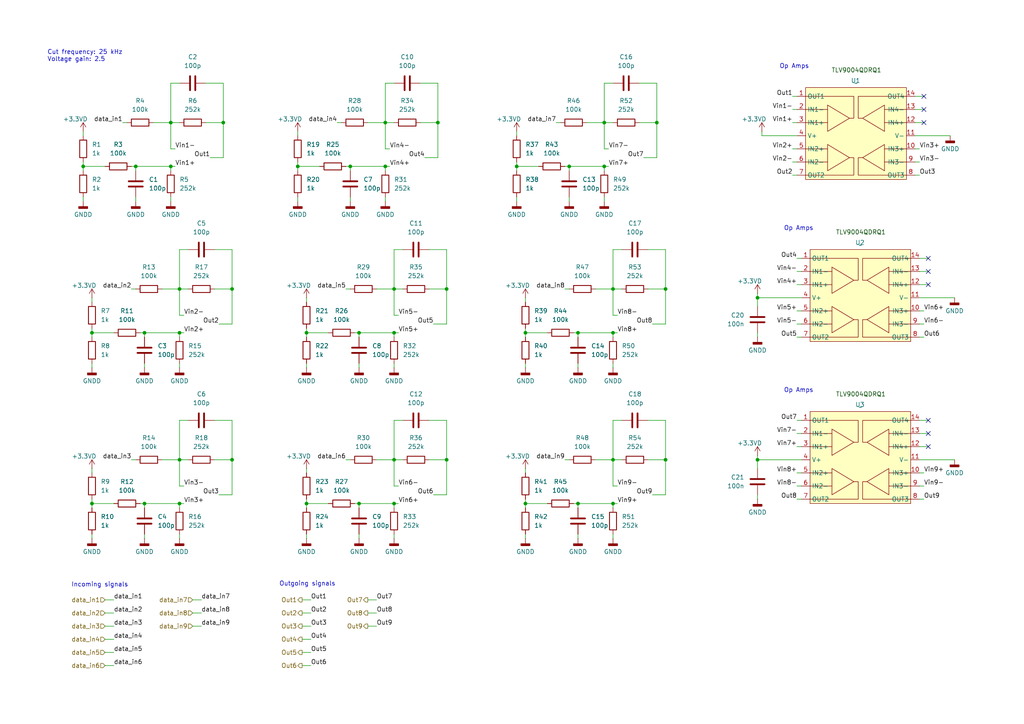
<source format=kicad_sch>
(kicad_sch (version 20231120) (generator "eeschema") (generator_version "8.0")
  (paper "A4")
  (junction (at 67.31 133.35))
  (junction (at 26.67 146.05))
  (junction (at 177.8 146.05))
  (junction (at 24.13 48.26))
  (junction (at 41.91 146.05))
  (junction (at 67.31 83.82))
  (junction (at 152.4 96.52))
  (junction (at 49.53 35.56))
  (junction (at 101.6 48.26))
  (junction (at 190.5 35.56))
  (junction (at 64.77 35.56))
  (junction (at 127 35.56))
  (junction (at 219.71 133.35))
  (junction (at 88.9 96.52))
  (junction (at 49.53 48.26))
  (junction (at 175.26 48.26))
  (junction (at 177.8 96.52))
  (junction (at 193.04 133.35))
  (junction (at 114.3 83.82))
  (junction (at 111.76 35.56))
  (junction (at 219.71 86.36))
  (junction (at 26.67 96.52))
  (junction (at 114.3 133.35))
  (junction (at 149.86 48.26))
  (junction (at 86.36 48.26))
  (junction (at 167.64 146.05))
  (junction (at 129.54 133.35))
  (junction (at 152.4 146.05))
  (junction (at 177.8 133.35))
  (junction (at 193.04 83.82))
  (junction (at 104.14 96.52))
  (junction (at 39.37 48.26))
  (junction (at 52.07 146.05))
  (junction (at 104.14 146.05))
  (junction (at 114.3 96.52))
  (junction (at 52.07 83.82))
  (junction (at 88.9 146.05))
  (junction (at 165.1 48.26))
  (junction (at 52.07 96.52))
  (junction (at 114.3 146.05))
  (junction (at 175.26 35.56))
  (junction (at 111.76 48.26))
  (junction (at 41.91 96.52))
  (junction (at 177.8 83.82))
  (junction (at 167.64 96.52))
  (junction (at 129.54 83.82))
  (junction (at 52.07 133.35))
  (no_connect (at 269.24 74.93))
  (no_connect (at 269.24 121.92))
  (no_connect (at 267.97 31.75))
  (no_connect (at 267.97 35.56))
  (no_connect (at 267.97 27.94))
  (no_connect (at 269.24 129.54))
  (no_connect (at 269.24 78.74))
  (no_connect (at 269.24 125.73))
  (no_connect (at 269.24 82.55))
  (wire (pts (xy 26.67 146.05) (xy 33.02 146.05)))
  (wire (pts (xy 100.33 83.82) (xy 101.6 83.82)))
  (wire (pts (xy 231.14 144.78) (xy 232.41 144.78)))
  (wire (pts (xy 52.07 91.44) (xy 53.34 91.44)))
  (wire (pts (xy 177.8 83.82) (xy 180.34 83.82)))
  (wire (pts (xy 152.4 95.25) (xy 152.4 96.52)))
  (wire (pts (xy 24.13 57.15) (xy 24.13 58.42)))
  (wire (pts (xy 88.9 146.05) (xy 95.25 146.05)))
  (wire (pts (xy 163.83 48.26) (xy 165.1 48.26)))
  (wire (pts (xy 87.63 193.04) (xy 90.17 193.04)))
  (wire (pts (xy 49.53 48.26) (xy 50.8 48.26)))
  (wire (pts (xy 167.64 154.94) (xy 167.64 156.21)))
  (wire (pts (xy 52.07 83.82) (xy 52.07 91.44)))
  (wire (pts (xy 86.36 57.15) (xy 86.36 58.42)))
  (wire (pts (xy 231.14 129.54) (xy 232.41 129.54)))
  (wire (pts (xy 265.43 50.8) (xy 266.7 50.8)))
  (wire (pts (xy 266.7 90.17) (xy 267.97 90.17)))
  (wire (pts (xy 193.04 121.92) (xy 193.04 133.35)))
  (wire (pts (xy 67.31 83.82) (xy 62.23 83.82)))
  (wire (pts (xy 149.86 48.26) (xy 156.21 48.26)))
  (wire (pts (xy 30.48 173.99) (xy 33.02 173.99)))
  (wire (pts (xy 49.53 48.26) (xy 49.53 49.53)))
  (wire (pts (xy 266.7 97.79) (xy 267.97 97.79)))
  (wire (pts (xy 40.64 146.05) (xy 41.91 146.05)))
  (wire (pts (xy 88.9 95.25) (xy 88.9 96.52)))
  (wire (pts (xy 39.37 48.26) (xy 49.53 48.26)))
  (wire (pts (xy 229.87 27.94) (xy 231.14 27.94)))
  (wire (pts (xy 114.3 146.05) (xy 114.3 147.32)))
  (wire (pts (xy 67.31 143.51) (xy 67.31 133.35)))
  (wire (pts (xy 41.91 96.52) (xy 52.07 96.52)))
  (wire (pts (xy 86.36 46.99) (xy 86.36 48.26)))
  (wire (pts (xy 41.91 146.05) (xy 52.07 146.05)))
  (wire (pts (xy 266.7 129.54) (xy 269.24 129.54)))
  (wire (pts (xy 38.1 133.35) (xy 39.37 133.35)))
  (wire (pts (xy 219.71 133.35) (xy 219.71 135.89)))
  (wire (pts (xy 193.04 133.35) (xy 187.96 133.35)))
  (wire (pts (xy 104.14 96.52) (xy 114.3 96.52)))
  (wire (pts (xy 30.48 181.61) (xy 33.02 181.61)))
  (wire (pts (xy 229.87 43.18) (xy 231.14 43.18)))
  (wire (pts (xy 229.87 35.56) (xy 231.14 35.56)))
  (wire (pts (xy 104.14 146.05) (xy 114.3 146.05)))
  (wire (pts (xy 24.13 46.99) (xy 24.13 48.26)))
  (wire (pts (xy 232.41 133.35) (xy 219.71 133.35)))
  (wire (pts (xy 111.76 35.56) (xy 111.76 43.18)))
  (wire (pts (xy 114.3 91.44) (xy 115.57 91.44)))
  (wire (pts (xy 231.14 39.37) (xy 220.98 39.37)))
  (wire (pts (xy 41.91 96.52) (xy 41.91 97.79)))
  (wire (pts (xy 177.8 96.52) (xy 177.8 97.79)))
  (wire (pts (xy 52.07 96.52) (xy 53.34 96.52)))
  (wire (pts (xy 116.84 121.92) (xy 114.3 121.92)))
  (wire (pts (xy 229.87 50.8) (xy 231.14 50.8)))
  (wire (pts (xy 114.3 105.41) (xy 114.3 106.68)))
  (wire (pts (xy 149.86 57.15) (xy 149.86 58.42)))
  (wire (pts (xy 266.7 137.16) (xy 267.97 137.16)))
  (wire (pts (xy 187.96 72.39) (xy 193.04 72.39)))
  (wire (pts (xy 114.3 140.97) (xy 115.57 140.97)))
  (wire (pts (xy 125.73 143.51) (xy 129.54 143.51)))
  (wire (pts (xy 229.87 46.99) (xy 231.14 46.99)))
  (wire (pts (xy 219.71 143.51) (xy 219.71 144.78)))
  (wire (pts (xy 41.91 105.41) (xy 41.91 106.68)))
  (wire (pts (xy 152.4 86.36) (xy 152.4 87.63)))
  (wire (pts (xy 67.31 72.39) (xy 67.31 83.82)))
  (wire (pts (xy 175.26 48.26) (xy 176.53 48.26)))
  (wire (pts (xy 26.67 96.52) (xy 26.67 97.79)))
  (wire (pts (xy 52.07 105.41) (xy 52.07 106.68)))
  (wire (pts (xy 38.1 48.26) (xy 39.37 48.26)))
  (wire (pts (xy 26.67 96.52) (xy 33.02 96.52)))
  (wire (pts (xy 232.41 86.36) (xy 219.71 86.36)))
  (wire (pts (xy 165.1 48.26) (xy 165.1 49.53)))
  (wire (pts (xy 167.64 96.52) (xy 167.64 97.79)))
  (wire (pts (xy 266.7 74.93) (xy 269.24 74.93)))
  (wire (pts (xy 177.8 121.92) (xy 177.8 133.35)))
  (wire (pts (xy 46.99 133.35) (xy 52.07 133.35)))
  (wire (pts (xy 26.67 105.41) (xy 26.67 106.68)))
  (wire (pts (xy 129.54 133.35) (xy 124.46 133.35)))
  (wire (pts (xy 41.91 154.94) (xy 41.91 156.21)))
  (wire (pts (xy 152.4 144.78) (xy 152.4 146.05)))
  (wire (pts (xy 24.13 48.26) (xy 24.13 49.53)))
  (wire (pts (xy 161.29 35.56) (xy 162.56 35.56)))
  (wire (pts (xy 125.73 93.98) (xy 129.54 93.98)))
  (wire (pts (xy 52.07 154.94) (xy 52.07 156.21)))
  (wire (pts (xy 185.42 24.13) (xy 190.5 24.13)))
  (wire (pts (xy 64.77 35.56) (xy 59.69 35.56)))
  (wire (pts (xy 114.3 154.94) (xy 114.3 156.21)))
  (wire (pts (xy 49.53 35.56) (xy 49.53 43.18)))
  (wire (pts (xy 104.14 105.41) (xy 104.14 106.68)))
  (wire (pts (xy 52.07 121.92) (xy 52.07 133.35)))
  (wire (pts (xy 266.7 121.92) (xy 269.24 121.92)))
  (wire (pts (xy 231.14 74.93) (xy 232.41 74.93)))
  (wire (pts (xy 165.1 48.26) (xy 175.26 48.26)))
  (wire (pts (xy 231.14 90.17) (xy 232.41 90.17)))
  (wire (pts (xy 193.04 93.98) (xy 193.04 83.82)))
  (wire (pts (xy 129.54 121.92) (xy 129.54 133.35)))
  (wire (pts (xy 63.5 143.51) (xy 67.31 143.51)))
  (wire (pts (xy 129.54 83.82) (xy 124.46 83.82)))
  (wire (pts (xy 62.23 72.39) (xy 67.31 72.39)))
  (wire (pts (xy 177.8 146.05) (xy 177.8 147.32)))
  (wire (pts (xy 101.6 48.26) (xy 101.6 49.53)))
  (wire (pts (xy 102.87 96.52) (xy 104.14 96.52)))
  (wire (pts (xy 104.14 154.94) (xy 104.14 156.21)))
  (wire (pts (xy 189.23 143.51) (xy 193.04 143.51)))
  (wire (pts (xy 64.77 24.13) (xy 64.77 35.56)))
  (wire (pts (xy 24.13 48.26) (xy 30.48 48.26)))
  (wire (pts (xy 167.64 146.05) (xy 177.8 146.05)))
  (wire (pts (xy 152.4 105.41) (xy 152.4 106.68)))
  (wire (pts (xy 114.3 83.82) (xy 114.3 91.44)))
  (wire (pts (xy 219.71 86.36) (xy 219.71 88.9)))
  (wire (pts (xy 121.92 24.13) (xy 127 24.13)))
  (wire (pts (xy 52.07 24.13) (xy 49.53 24.13)))
  (wire (pts (xy 101.6 48.26) (xy 111.76 48.26)))
  (wire (pts (xy 127 45.72) (xy 127 35.56)))
  (wire (pts (xy 175.26 43.18) (xy 176.53 43.18)))
  (wire (pts (xy 111.76 43.18) (xy 113.03 43.18)))
  (wire (pts (xy 190.5 45.72) (xy 190.5 35.56)))
  (wire (pts (xy 111.76 35.56) (xy 114.3 35.56)))
  (wire (pts (xy 175.26 35.56) (xy 175.26 43.18)))
  (wire (pts (xy 149.86 46.99) (xy 149.86 48.26)))
  (wire (pts (xy 97.79 35.56) (xy 99.06 35.56)))
  (wire (pts (xy 111.76 48.26) (xy 113.03 48.26)))
  (wire (pts (xy 114.3 83.82) (xy 116.84 83.82)))
  (wire (pts (xy 39.37 48.26) (xy 39.37 49.53)))
  (wire (pts (xy 100.33 133.35) (xy 101.6 133.35)))
  (wire (pts (xy 106.68 173.99) (xy 109.22 173.99)))
  (wire (pts (xy 114.3 72.39) (xy 114.3 83.82)))
  (wire (pts (xy 266.7 82.55) (xy 269.24 82.55)))
  (wire (pts (xy 193.04 143.51) (xy 193.04 133.35)))
  (wire (pts (xy 165.1 57.15) (xy 165.1 58.42)))
  (wire (pts (xy 86.36 48.26) (xy 92.71 48.26)))
  (wire (pts (xy 166.37 96.52) (xy 167.64 96.52)))
  (wire (pts (xy 152.4 135.89) (xy 152.4 137.16)))
  (wire (pts (xy 55.88 173.99) (xy 58.42 173.99)))
  (wire (pts (xy 54.61 121.92) (xy 52.07 121.92)))
  (wire (pts (xy 193.04 83.82) (xy 187.96 83.82)))
  (wire (pts (xy 219.71 86.36) (xy 219.71 85.09)))
  (wire (pts (xy 52.07 83.82) (xy 54.61 83.82)))
  (wire (pts (xy 87.63 173.99) (xy 90.17 173.99)))
  (wire (pts (xy 67.31 121.92) (xy 67.31 133.35)))
  (wire (pts (xy 129.54 72.39) (xy 129.54 83.82)))
  (wire (pts (xy 219.71 96.52) (xy 219.71 97.79)))
  (wire (pts (xy 49.53 24.13) (xy 49.53 35.56)))
  (wire (pts (xy 187.96 121.92) (xy 193.04 121.92)))
  (wire (pts (xy 111.76 24.13) (xy 111.76 35.56)))
  (wire (pts (xy 104.14 146.05) (xy 104.14 147.32)))
  (wire (pts (xy 175.26 24.13) (xy 175.26 35.56)))
  (wire (pts (xy 41.91 146.05) (xy 41.91 147.32)))
  (wire (pts (xy 116.84 72.39) (xy 114.3 72.39)))
  (wire (pts (xy 52.07 140.97) (xy 53.34 140.97)))
  (wire (pts (xy 177.8 105.41) (xy 177.8 106.68)))
  (wire (pts (xy 114.3 133.35) (xy 114.3 140.97)))
  (wire (pts (xy 88.9 144.78) (xy 88.9 146.05)))
  (wire (pts (xy 52.07 72.39) (xy 52.07 83.82)))
  (wire (pts (xy 104.14 96.52) (xy 104.14 97.79)))
  (wire (pts (xy 177.8 83.82) (xy 177.8 91.44)))
  (wire (pts (xy 88.9 86.36) (xy 88.9 87.63)))
  (wire (pts (xy 26.67 154.94) (xy 26.67 156.21)))
  (wire (pts (xy 175.26 57.15) (xy 175.26 58.42)))
  (wire (pts (xy 87.63 181.61) (xy 90.17 181.61)))
  (wire (pts (xy 265.43 35.56) (xy 267.97 35.56)))
  (wire (pts (xy 149.86 48.26) (xy 149.86 49.53)))
  (wire (pts (xy 44.45 35.56) (xy 49.53 35.56)))
  (wire (pts (xy 63.5 93.98) (xy 67.31 93.98)))
  (wire (pts (xy 167.64 146.05) (xy 167.64 147.32)))
  (wire (pts (xy 59.69 24.13) (xy 64.77 24.13)))
  (wire (pts (xy 109.22 133.35) (xy 114.3 133.35)))
  (wire (pts (xy 163.83 83.82) (xy 165.1 83.82)))
  (wire (pts (xy 167.64 105.41) (xy 167.64 106.68)))
  (wire (pts (xy 111.76 57.15) (xy 111.76 58.42)))
  (wire (pts (xy 52.07 133.35) (xy 54.61 133.35)))
  (wire (pts (xy 152.4 154.94) (xy 152.4 156.21)))
  (wire (pts (xy 88.9 105.41) (xy 88.9 106.68)))
  (wire (pts (xy 177.8 24.13) (xy 175.26 24.13)))
  (wire (pts (xy 106.68 35.56) (xy 111.76 35.56)))
  (wire (pts (xy 186.69 45.72) (xy 190.5 45.72)))
  (wire (pts (xy 54.61 72.39) (xy 52.07 72.39)))
  (wire (pts (xy 231.14 121.92) (xy 232.41 121.92)))
  (wire (pts (xy 88.9 146.05) (xy 88.9 147.32)))
  (wire (pts (xy 26.67 144.78) (xy 26.67 146.05)))
  (wire (pts (xy 231.14 97.79) (xy 232.41 97.79)))
  (wire (pts (xy 114.3 96.52) (xy 115.57 96.52)))
  (wire (pts (xy 55.88 177.8) (xy 58.42 177.8)))
  (wire (pts (xy 220.98 39.37) (xy 220.98 38.1)))
  (wire (pts (xy 190.5 24.13) (xy 190.5 35.56)))
  (wire (pts (xy 114.3 121.92) (xy 114.3 133.35)))
  (wire (pts (xy 193.04 72.39) (xy 193.04 83.82)))
  (wire (pts (xy 52.07 146.05) (xy 53.34 146.05)))
  (wire (pts (xy 30.48 177.8) (xy 33.02 177.8)))
  (wire (pts (xy 39.37 57.15) (xy 39.37 58.42)))
  (wire (pts (xy 231.14 125.73) (xy 232.41 125.73)))
  (wire (pts (xy 170.18 35.56) (xy 175.26 35.56)))
  (wire (pts (xy 123.19 45.72) (xy 127 45.72)))
  (wire (pts (xy 64.77 45.72) (xy 64.77 35.56)))
  (wire (pts (xy 163.83 133.35) (xy 165.1 133.35)))
  (wire (pts (xy 189.23 93.98) (xy 193.04 93.98)))
  (wire (pts (xy 180.34 121.92) (xy 177.8 121.92)))
  (wire (pts (xy 86.36 38.1) (xy 86.36 39.37)))
  (wire (pts (xy 88.9 96.52) (xy 88.9 97.79)))
  (wire (pts (xy 106.68 177.8) (xy 109.22 177.8)))
  (wire (pts (xy 265.43 46.99) (xy 266.7 46.99)))
  (wire (pts (xy 67.31 93.98) (xy 67.31 83.82)))
  (wire (pts (xy 111.76 48.26) (xy 111.76 49.53)))
  (wire (pts (xy 177.8 133.35) (xy 177.8 140.97)))
  (wire (pts (xy 49.53 57.15) (xy 49.53 58.42)))
  (wire (pts (xy 88.9 135.89) (xy 88.9 137.16)))
  (wire (pts (xy 114.3 96.52) (xy 114.3 97.79)))
  (wire (pts (xy 88.9 96.52) (xy 95.25 96.52)))
  (wire (pts (xy 175.26 35.56) (xy 177.8 35.56)))
  (wire (pts (xy 24.13 38.1) (xy 24.13 39.37)))
  (wire (pts (xy 30.48 193.04) (xy 33.02 193.04)))
  (wire (pts (xy 127 24.13) (xy 127 35.56)))
  (wire (pts (xy 60.96 45.72) (xy 64.77 45.72)))
  (wire (pts (xy 102.87 146.05) (xy 104.14 146.05)))
  (wire (pts (xy 67.31 133.35) (xy 62.23 133.35)))
  (wire (pts (xy 172.72 133.35) (xy 177.8 133.35)))
  (wire (pts (xy 49.53 43.18) (xy 50.8 43.18)))
  (wire (pts (xy 266.7 78.74) (xy 269.24 78.74)))
  (wire (pts (xy 266.7 144.78) (xy 267.97 144.78)))
  (wire (pts (xy 231.14 140.97) (xy 232.41 140.97)))
  (wire (pts (xy 190.5 35.56) (xy 185.42 35.56)))
  (wire (pts (xy 177.8 154.94) (xy 177.8 156.21)))
  (wire (pts (xy 114.3 133.35) (xy 116.84 133.35)))
  (wire (pts (xy 52.07 96.52) (xy 52.07 97.79)))
  (wire (pts (xy 26.67 146.05) (xy 26.67 147.32)))
  (wire (pts (xy 266.7 133.35) (xy 276.86 133.35)))
  (wire (pts (xy 129.54 143.51) (xy 129.54 133.35)))
  (wire (pts (xy 175.26 48.26) (xy 175.26 49.53)))
  (wire (pts (xy 26.67 95.25) (xy 26.67 96.52)))
  (wire (pts (xy 180.34 72.39) (xy 177.8 72.39)))
  (wire (pts (xy 52.07 146.05) (xy 52.07 147.32)))
  (wire (pts (xy 265.43 43.18) (xy 266.7 43.18)))
  (wire (pts (xy 177.8 140.97) (xy 179.07 140.97)))
  (wire (pts (xy 231.14 137.16) (xy 232.41 137.16)))
  (wire (pts (xy 55.88 181.61) (xy 58.42 181.61)))
  (wire (pts (xy 177.8 133.35) (xy 180.34 133.35)))
  (wire (pts (xy 266.7 125.73) (xy 269.24 125.73)))
  (wire (pts (xy 26.67 135.89) (xy 26.67 137.16)))
  (wire (pts (xy 30.48 189.23) (xy 33.02 189.23)))
  (wire (pts (xy 167.64 96.52) (xy 177.8 96.52)))
  (wire (pts (xy 26.67 86.36) (xy 26.67 87.63)))
  (wire (pts (xy 177.8 96.52) (xy 179.07 96.52)))
  (wire (pts (xy 38.1 83.82) (xy 39.37 83.82)))
  (wire (pts (xy 152.4 96.52) (xy 152.4 97.79)))
  (wire (pts (xy 124.46 121.92) (xy 129.54 121.92)))
  (wire (pts (xy 177.8 72.39) (xy 177.8 83.82)))
  (wire (pts (xy 35.56 35.56) (xy 36.83 35.56)))
  (wire (pts (xy 219.71 133.35) (xy 219.71 132.08)))
  (wire (pts (xy 109.22 83.82) (xy 114.3 83.82)))
  (wire (pts (xy 152.4 96.52) (xy 158.75 96.52)))
  (wire (pts (xy 87.63 185.42) (xy 90.17 185.42)))
  (wire (pts (xy 152.4 146.05) (xy 158.75 146.05)))
  (wire (pts (xy 172.72 83.82) (xy 177.8 83.82)))
  (wire (pts (xy 87.63 177.8) (xy 90.17 177.8)))
  (wire (pts (xy 231.14 78.74) (xy 232.41 78.74)))
  (wire (pts (xy 101.6 57.15) (xy 101.6 58.42)))
  (wire (pts (xy 129.54 93.98) (xy 129.54 83.82)))
  (wire (pts (xy 40.64 96.52) (xy 41.91 96.52)))
  (wire (pts (xy 166.37 146.05) (xy 167.64 146.05)))
  (wire (pts (xy 114.3 146.05) (xy 115.57 146.05)))
  (wire (pts (xy 100.33 48.26) (xy 101.6 48.26)))
  (wire (pts (xy 266.7 86.36) (xy 276.86 86.36)))
  (wire (pts (xy 265.43 27.94) (xy 267.97 27.94)))
  (wire (pts (xy 46.99 83.82) (xy 52.07 83.82)))
  (wire (pts (xy 106.68 181.61) (xy 109.22 181.61)))
  (wire (pts (xy 265.43 31.75) (xy 267.97 31.75)))
  (wire (pts (xy 152.4 146.05) (xy 152.4 147.32)))
  (wire (pts (xy 124.46 72.39) (xy 129.54 72.39)))
  (wire (pts (xy 127 35.56) (xy 121.92 35.56)))
  (wire (pts (xy 86.36 48.26) (xy 86.36 49.53)))
  (wire (pts (xy 52.07 133.35) (xy 52.07 140.97)))
  (wire (pts (xy 88.9 154.94) (xy 88.9 156.21)))
  (wire (pts (xy 62.23 121.92) (xy 67.31 121.92)))
  (wire (pts (xy 177.8 146.05) (xy 179.07 146.05)))
  (wire (pts (xy 87.63 189.23) (xy 90.17 189.23)))
  (wire (pts (xy 30.48 185.42) (xy 33.02 185.42)))
  (wire (pts (xy 114.3 24.13) (xy 111.76 24.13)))
  (wire (pts (xy 49.53 35.56) (xy 52.07 35.56)))
  (wire (pts (xy 231.14 93.98) (xy 232.41 93.98)))
  (wire (pts (xy 149.86 38.1) (xy 149.86 39.37)))
  (wire (pts (xy 266.7 140.97) (xy 267.97 140.97)))
  (wire (pts (xy 266.7 93.98) (xy 267.97 93.98)))
  (wire (pts (xy 177.8 91.44) (xy 179.07 91.44)))
  (wire (pts (xy 229.87 31.75) (xy 231.14 31.75)))
  (wire (pts (xy 265.43 39.37) (xy 275.59 39.37)))
  (wire (pts (xy 231.14 82.55) (xy 232.41 82.55)))
  (text "Op Amps\n" (at 231.648 113.284 0) (effects (font (size 1.27 1.27))))
  (text "Cut frequency: 25 kHz\nVoltage gain: 2.5" (at 13.716 16.256 0) (effects (font (size 1.27 1.27)) (justify left)))
  (text "TLV9004QDRQ1" (at 248.412 20.574 0) (effects (font (size 1.27 1.27))))
  (text "TLV9004QDRQ1" (at 249.682 67.564 0) (effects (font (size 1.27 1.27))))
  (text "Outgoing signals" (at 89.154 169.418 0) (effects (font (size 1.27 1.27))))
  (text "TLV9004QDRQ1" (at 249.682 114.554 0) (effects (font (size 1.27 1.27))))
  (text "Op Amps\n" (at 231.648 66.294 0) (effects (font (size 1.27 1.27))))
  (text "Incoming signals" (at 28.956 169.672 0) (effects (font (size 1.27 1.27))))
  (text "Op Amps\n" (at 230.378 19.304 0) (effects (font (size 1.27 1.27))))
  (label "data_in4" (at 97.79 35.56 180))
  (label "Out1" (at 60.96 45.72 180))
  (label "Vin8-" (at 179.07 91.44 0))
  (label "Out9" (at 267.97 144.78 0))
  (label "Vin1+" (at 229.87 35.56 180))
  (label "Vin3+" (at 266.7 43.18 0))
  (label "Vin4+" (at 231.14 82.55 180))
  (label "Vin1-" (at 229.87 31.75 180))
  (label "Out3" (at 63.5 143.51 180))
  (label "Vin2-" (at 229.87 46.99 180))
  (label "Vin6-" (at 115.57 140.97 0))
  (label "Out3" (at 266.7 50.8 0))
  (label "Out7" (at 109.22 173.99 0))
  (label "data_in4" (at 33.02 185.42 0))
  (label "Vin2+" (at 229.87 43.18 180))
  (label "Out2" (at 90.17 177.8 0))
  (label "Vin7-" (at 176.53 43.18 0))
  (label "Vin6+" (at 267.97 90.17 0))
  (label "Vin4+" (at 113.03 48.26 0))
  (label "Vin5-" (at 231.14 93.98 180))
  (label "Out1" (at 90.17 173.99 0))
  (label "Vin6-" (at 267.97 93.98 0))
  (label "Out7" (at 231.14 121.92 180))
  (label "Out4" (at 123.19 45.72 180))
  (label "data_in8" (at 163.83 83.82 180))
  (label "data_in3" (at 33.02 181.61 0))
  (label "Vin4-" (at 113.03 43.18 0))
  (label "Out8" (at 109.22 177.8 0))
  (label "Vin1-" (at 50.8 43.18 0))
  (label "data_in7" (at 161.29 35.56 180))
  (label "Vin6+" (at 115.57 146.05 0))
  (label "Vin8-" (at 231.14 140.97 180))
  (label "Out5" (at 90.17 189.23 0))
  (label "data_in7" (at 58.42 173.99 0))
  (label "Out6" (at 267.97 97.79 0))
  (label "Out5" (at 125.73 93.98 180))
  (label "Out9" (at 189.23 143.51 180))
  (label "data_in1" (at 33.02 173.99 0))
  (label "Vin8+" (at 179.07 96.52 0))
  (label "data_in3" (at 38.1 133.35 180))
  (label "Vin3-" (at 53.34 140.97 0))
  (label "data_in5" (at 33.02 189.23 0))
  (label "data_in6" (at 100.33 133.35 180))
  (label "Vin9-" (at 267.97 140.97 0))
  (label "Out8" (at 189.23 93.98 180))
  (label "Out3" (at 90.17 181.61 0))
  (label "Vin5-" (at 115.57 91.44 0))
  (label "Out9" (at 109.22 181.61 0))
  (label "Vin5+" (at 115.57 96.52 0))
  (label "Vin8+" (at 231.14 137.16 180))
  (label "data_in2" (at 33.02 177.8 0))
  (label "Vin7-" (at 231.14 125.73 180))
  (label "Vin9+" (at 267.97 137.16 0))
  (label "Vin2-" (at 53.34 91.44 0))
  (label "Out4" (at 90.17 185.42 0))
  (label "data_in6" (at 33.02 193.04 0))
  (label "Vin5+" (at 231.14 90.17 180))
  (label "data_in9" (at 58.42 181.61 0))
  (label "Out6" (at 125.73 143.51 180))
  (label "Out1" (at 229.87 27.94 180))
  (label "Vin9-" (at 179.07 140.97 0))
  (label "Out5" (at 231.14 97.79 180))
  (label "data_in9" (at 163.83 133.35 180))
  (label "Vin4-" (at 231.14 78.74 180))
  (label "data_in5" (at 100.33 83.82 180))
  (label "Out2" (at 229.87 50.8 180))
  (label "Vin2+" (at 53.34 96.52 0))
  (label "Vin3-" (at 266.7 46.99 0))
  (label "Vin9+" (at 179.07 146.05 0))
  (label "Vin7+" (at 176.53 48.26 0))
  (label "data_in2" (at 38.1 83.82 180))
  (label "Out7" (at 186.69 45.72 180))
  (label "Vin1+" (at 50.8 48.26 0))
  (label "Vin3+" (at 53.34 146.05 0))
  (label "Out2" (at 63.5 93.98 180))
  (label "Out8" (at 231.14 144.78 180))
  (label "Vin7+" (at 231.14 129.54 180))
  (label "Out4" (at 231.14 74.93 180))
  (label "Out6" (at 90.17 193.04 0))
  (label "data_in1" (at 35.56 35.56 180))
  (label "data_in8" (at 58.42 177.8 0))
  (hierarchical_label "Out9" (shape output) (at 106.68 181.61 180))
  (hierarchical_label "data_in5" (shape input) (at 30.48 189.23 180))
  (hierarchical_label "Out2" (shape output) (at 87.63 177.8 180))
  (hierarchical_label "data_in6" (shape input) (at 30.48 193.04 180))
  (hierarchical_label "Out8" (shape output) (at 106.68 177.8 180))
  (hierarchical_label "data_in1" (shape input) (at 30.48 173.99 180))
  (hierarchical_label "data_in8" (shape input) (at 55.88 177.8 180))
  (hierarchical_label "data_in3" (shape input) (at 30.48 181.61 180))
  (hierarchical_label "data_in2" (shape input) (at 30.48 177.8 180))
  (hierarchical_label "Out1" (shape output) (at 87.63 173.99 180))
  (hierarchical_label "Out6" (shape output) (at 87.63 193.04 180))
  (hierarchical_label "data_in4" (shape input) (at 30.48 185.42 180))
  (hierarchical_label "Out5" (shape output) (at 87.63 189.23 180))
  (hierarchical_label "Out7" (shape output) (at 106.68 173.99 180))
  (hierarchical_label "Out3" (shape output) (at 87.63 181.61 180))
  (hierarchical_label "data_in7" (shape input) (at 55.88 173.99 180))
  (hierarchical_label "data_in9" (shape input) (at 55.88 181.61 180))
  (hierarchical_label "Out4" (shape output) (at 87.63 185.42 180))
  (symbol (lib_id "power:GNDD") (at 41.91 106.68 0) (unit 1)
    (property "Reference" "#PWR09" (effects (hide yes)))
    (property "Value" "GNDD" (at 41.91 110.49 0))
    (property "Description" "Power symbol creates a global label with name \"GNDD\" , digital ground" (effects (hide yes)))
  )
  (symbol (lib_id "Device:R") (at 55.88 35.56 90) (unit 1)
    (property "Reference" "R6" (at 55.88 29.21 90))
    (property "Value" "252k" (at 55.88 31.75 90))
    (property "Footprint" "Resistor_SMD:R_0603_1608Metric_Pad0.98x0.95mm_HandSolder" (effects (hide yes)))
    (property "Description" "Resistor" (effects (hide yes)))
  )
  (symbol (lib_id "Device:R") (at 24.13 43.18 0) (unit 1)
    (property "Reference" "R1" (at 26.67 41.9099 0) (effects (justify left)))
    (property "Value" "1k" (at 26.67 44.4499 0) (effects (justify left)))
    (property "Footprint" "Resistor_SMD:R_0603_1608Metric_Pad0.98x0.95mm_HandSolder" (effects (hide yes)))
    (property "Description" "Resistor" (effects (hide yes)))
  )
  (symbol (lib_id "Device:R") (at 26.67 151.13 0) (unit 1)
    (property "Reference" "R10" (at 29.21 149.8599 0) (effects (justify left)))
    (property "Value" "1k" (at 29.21 152.3999 0) (effects (justify left)))
    (property "Footprint" "Resistor_SMD:R_0603_1608Metric_Pad0.98x0.95mm_HandSolder" (effects (hide yes)))
    (property "Description" "Resistor" (effects (hide yes)))
  )
  (symbol (lib_id "Device:C") (at 184.15 72.39 270) (unit 1)
    (property "Reference" "C17" (at 184.15 64.77 90))
    (property "Value" "100p" (at 184.15 67.31 90))
    (property "Footprint" "Capacitor_SMD:C_0603_1608Metric_Pad1.08x0.95mm_HandSolder" (effects (hide yes)))
    (property "Description" "Unpolarized capacitor" (effects (hide yes)))
  )
  (symbol (lib_id "Device:C") (at 41.91 151.13 180) (unit 1)
    (property "Reference" "C4" (at 45.72 149.8599 0) (effects (justify right)))
    (property "Value" "100p" (at 45.72 152.3999 0) (effects (justify right)))
    (property "Footprint" "Capacitor_SMD:C_0603_1608Metric_Pad1.08x0.95mm_HandSolder" (effects (hide yes)))
    (property "Description" "Unpolarized capacitor" (effects (hide yes)))
  )
  (symbol (lib_name "+3.3V_1") (lib_id "power:+3.3V") (at 219.71 132.08 0) (unit 1)
    (property "Reference" "#PWR043" (effects (hide yes)))
    (property "Value" "+3.3VD" (at 217.424 128.524 0))
    (property "Description" "Power symbol creates a global label with name \"+3.3V\"" (effects (hide yes)))
  )
  (symbol (lib_id "Device:R") (at 49.53 53.34 0) (unit 1)
    (property "Reference" "R5" (at 52.07 52.0699 0) (effects (justify left)))
    (property "Value" "252k" (at 52.07 54.6099 0) (effects (justify left)))
    (property "Footprint" "Resistor_SMD:R_0603_1608Metric_Pad0.98x0.95mm_HandSolder" (effects (hide yes)))
    (property "Description" "Resistor" (effects (hide yes)))
  )
  (symbol (lib_id "power:GNDD") (at 104.14 106.68 0) (unit 1)
    (property "Reference" "#PWR020" (effects (hide yes)))
    (property "Value" "GNDD" (at 104.14 110.49 0))
    (property "Description" "Power symbol creates a global label with name \"GNDD\" , digital ground" (effects (hide yes)))
  )
  (symbol (lib_id "power:GNDD") (at 104.14 156.21 0) (unit 1)
    (property "Reference" "#PWR021" (effects (hide yes)))
    (property "Value" "GNDD" (at 104.14 160.02 0))
    (property "Description" "Power symbol creates a global label with name \"GNDD\" , digital ground" (effects (hide yes)))
  )
  (symbol (lib_id "Device:R") (at 26.67 91.44 0) (unit 1)
    (property "Reference" "R7" (at 29.21 90.1699 0) (effects (justify left)))
    (property "Value" "1k" (at 29.21 92.7099 0) (effects (justify left)))
    (property "Footprint" "Resistor_SMD:R_0603_1608Metric_Pad0.98x0.95mm_HandSolder" (effects (hide yes)))
    (property "Description" "Resistor" (effects (hide yes)))
  )
  (symbol (lib_id "Device:C") (at 58.42 72.39 270) (unit 1)
    (property "Reference" "C5" (at 58.42 64.77 90))
    (property "Value" "100p" (at 58.42 67.31 90))
    (property "Footprint" "Capacitor_SMD:C_0603_1608Metric_Pad1.08x0.95mm_HandSolder" (effects (hide yes)))
    (property "Description" "Unpolarized capacitor" (effects (hide yes)))
  )
  (symbol (lib_id "power:GNDD") (at 111.76 58.42 0) (unit 1)
    (property "Reference" "#PWR022" (effects (hide yes)))
    (property "Value" "GNDD" (at 111.76 62.23 0))
    (property "Description" "Power symbol creates a global label with name \"GNDD\" , digital ground" (effects (hide yes)))
  )
  (symbol (lib_id "Device:R") (at 105.41 133.35 270) (unit 1)
    (property "Reference" "R30" (at 105.41 127 90))
    (property "Value" "100k" (at 105.41 129.54 90))
    (property "Footprint" "Resistor_SMD:R_0603_1608Metric_Pad0.98x0.95mm_HandSolder" (effects (hide yes)))
    (property "Description" "Resistor" (effects (hide yes)))
  )
  (symbol (lib_id "Device:R") (at 43.18 83.82 270) (unit 1)
    (property "Reference" "R13" (at 43.18 77.47 90))
    (property "Value" "100k" (at 43.18 80.01 90))
    (property "Footprint" "Resistor_SMD:R_0603_1608Metric_Pad0.98x0.95mm_HandSolder" (effects (hide yes)))
    (property "Description" "Resistor" (effects (hide yes)))
  )
  (symbol (lib_id "Device:R") (at 120.65 83.82 90) (unit 1)
    (property "Reference" "R35" (at 120.65 77.47 90))
    (property "Value" "252k" (at 120.65 80.01 90))
    (property "Footprint" "Resistor_SMD:R_0603_1608Metric_Pad0.98x0.95mm_HandSolder" (effects (hide yes)))
    (property "Description" "Resistor" (effects (hide yes)))
  )
  (symbol (lib_id "Device:R") (at 168.91 83.82 270) (unit 1)
    (property "Reference" "R47" (at 168.91 77.47 90))
    (property "Value" "100k" (at 168.91 80.01 90))
    (property "Footprint" "Resistor_SMD:R_0603_1608Metric_Pad0.98x0.95mm_HandSolder" (effects (hide yes)))
    (property "Description" "Resistor" (effects (hide yes)))
  )
  (symbol (lib_id "Device:R") (at 52.07 151.13 0) (unit 1)
    (property "Reference" "R16" (at 54.61 149.8599 0) (effects (justify left)))
    (property "Value" "252k" (at 54.61 152.3999 0) (effects (justify left)))
    (property "Footprint" "Resistor_SMD:R_0603_1608Metric_Pad0.98x0.95mm_HandSolder" (effects (hide yes)))
    (property "Description" "Resistor" (effects (hide yes)))
  )
  (symbol (lib_id "Device:R") (at 177.8 101.6 0) (unit 1)
    (property "Reference" "R50" (at 180.34 100.3299 0) (effects (justify left)))
    (property "Value" "252k" (at 180.34 102.8699 0) (effects (justify left)))
    (property "Footprint" "Resistor_SMD:R_0603_1608Metric_Pad0.98x0.95mm_HandSolder" (effects (hide yes)))
    (property "Description" "Resistor" (effects (hide yes)))
  )
  (symbol (lib_id "TLV9004:TLV900") (at 248.92 118.11 0) (unit 1)
    (property "Reference" "U3" (at 249.428 117.348 0))
    (property "Value" "~" (at 249.555 118.11 0))
    (property "Footprint" "Package_SO:SOIC-14_3.9x8.7mm_P1.27mm" (effects (hide yes)))
  )
  (symbol (lib_id "Device:R") (at 105.41 83.82 270) (unit 1)
    (property "Reference" "R29" (at 105.41 77.47 90))
    (property "Value" "100k" (at 105.41 80.01 90))
    (property "Footprint" "Resistor_SMD:R_0603_1608Metric_Pad0.98x0.95mm_HandSolder" (effects (hide yes)))
    (property "Description" "Resistor" (effects (hide yes)))
  )
  (symbol (lib_id "Device:C") (at 219.71 139.7 0) (mirror x) (unit 1)
    (property "Reference" "C21" (at 215.9 138.4299 0) (effects (justify right)))
    (property "Value" "100n" (at 215.9 140.9699 0) (effects (justify right)))
    (property "Footprint" "Capacitor_SMD:C_0603_1608Metric_Pad1.08x0.95mm_HandSolder" (effects (hide yes)))
    (property "Description" "Unpolarized capacitor" (effects (hide yes)))
  )
  (symbol (lib_id "Device:R") (at 26.67 101.6 0) (unit 1)
    (property "Reference" "R8" (at 29.21 100.3299 0) (effects (justify left)))
    (property "Value" "1k" (at 29.21 102.8699 0) (effects (justify left)))
    (property "Footprint" "Resistor_SMD:R_0603_1608Metric_Pad0.98x0.95mm_HandSolder" (effects (hide yes)))
    (property "Description" "Resistor" (effects (hide yes)))
  )
  (symbol (lib_id "Device:R") (at 149.86 53.34 0) (unit 1)
    (property "Reference" "R38" (at 152.4 52.0699 0) (effects (justify left)))
    (property "Value" "1k" (at 152.4 54.6099 0) (effects (justify left)))
    (property "Footprint" "Resistor_SMD:R_0603_1608Metric_Pad0.98x0.95mm_HandSolder" (effects (hide yes)))
    (property "Description" "Resistor" (effects (hide yes)))
  )
  (symbol (lib_id "Device:R") (at 120.65 133.35 90) (unit 1)
    (property "Reference" "R36" (at 120.65 127 90))
    (property "Value" "252k" (at 120.65 129.54 90))
    (property "Footprint" "Resistor_SMD:R_0603_1608Metric_Pad0.98x0.95mm_HandSolder" (effects (hide yes)))
    (property "Description" "Resistor" (effects (hide yes)))
  )
  (symbol (lib_name "+3.3V_1") (lib_id "power:+3.3V") (at 149.86 38.1 0) (unit 1)
    (property "Reference" "#PWR025" (effects (hide yes)))
    (property "Value" "+3.3VD" (at 147.574 34.544 0))
    (property "Description" "Power symbol creates a global label with name \"+3.3V\"" (effects (hide yes)))
  )
  (symbol (lib_id "power:GNDD") (at 152.4 156.21 0) (unit 1)
    (property "Reference" "#PWR030" (effects (hide yes)))
    (property "Value" "GNDD" (at 152.4 160.02 0))
    (property "Description" "Power symbol creates a global label with name \"GNDD\" , digital ground" (effects (hide yes)))
  )
  (symbol (lib_id "power:GNDD") (at 165.1 58.42 0) (unit 1)
    (property "Reference" "#PWR031" (effects (hide yes)))
    (property "Value" "GNDD" (at 165.1 62.23 0))
    (property "Description" "Power symbol creates a global label with name \"GNDD\" , digital ground" (effects (hide yes)))
  )
  (symbol (lib_name "+3.3V_1") (lib_id "power:+3.3V") (at 26.67 86.36 0) (unit 1)
    (property "Reference" "#PWR05" (effects (hide yes)))
    (property "Value" "+3.3VD" (at 24.384 82.804 0))
    (property "Description" "Power symbol creates a global label with name \"+3.3V\"" (effects (hide yes)))
  )
  (symbol (lib_name "+3.3V_1") (lib_id "power:+3.3V") (at 88.9 86.36 0) (unit 1)
    (property "Reference" "#PWR015" (effects (hide yes)))
    (property "Value" "+3.3VD" (at 86.614 82.804 0))
    (property "Description" "Power symbol creates a global label with name \"+3.3V\"" (effects (hide yes)))
  )
  (symbol (lib_id "Device:R") (at 149.86 43.18 0) (unit 1)
    (property "Reference" "R37" (at 152.4 41.9099 0) (effects (justify left)))
    (property "Value" "1k" (at 152.4 44.4499 0) (effects (justify left)))
    (property "Footprint" "Resistor_SMD:R_0603_1608Metric_Pad0.98x0.95mm_HandSolder" (effects (hide yes)))
    (property "Description" "Resistor" (effects (hide yes)))
  )
  (symbol (lib_id "Device:R") (at 152.4 101.6 0) (unit 1)
    (property "Reference" "R40" (at 154.94 100.3299 0) (effects (justify left)))
    (property "Value" "1k" (at 154.94 102.8699 0) (effects (justify left)))
    (property "Footprint" "Resistor_SMD:R_0603_1608Metric_Pad0.98x0.95mm_HandSolder" (effects (hide yes)))
    (property "Description" "Resistor" (effects (hide yes)))
  )
  (symbol (lib_id "Device:R") (at 86.36 43.18 0) (unit 1)
    (property "Reference" "R19" (at 88.9 41.9099 0) (effects (justify left)))
    (property "Value" "1k" (at 88.9 44.4499 0) (effects (justify left)))
    (property "Footprint" "Resistor_SMD:R_0603_1608Metric_Pad0.98x0.95mm_HandSolder" (effects (hide yes)))
    (property "Description" "Resistor" (effects (hide yes)))
  )
  (symbol (lib_id "Device:R") (at 36.83 96.52 270) (unit 1)
    (property "Reference" "R11" (at 36.83 90.17 90))
    (property "Value" "100k" (at 36.83 92.71 90))
    (property "Footprint" "Resistor_SMD:R_0603_1608Metric_Pad0.98x0.95mm_HandSolder" (effects (hide yes)))
    (property "Description" "Resistor" (effects (hide yes)))
  )
  (symbol (lib_id "Device:R") (at 58.42 83.82 90) (unit 1)
    (property "Reference" "R17" (at 58.42 77.47 90))
    (property "Value" "252k" (at 58.42 80.01 90))
    (property "Footprint" "Resistor_SMD:R_0603_1608Metric_Pad0.98x0.95mm_HandSolder" (effects (hide yes)))
    (property "Description" "Resistor" (effects (hide yes)))
  )
  (symbol (lib_name "+3.3V_1") (lib_id "power:+3.3V") (at 219.71 85.09 0) (unit 1)
    (property "Reference" "#PWR040" (effects (hide yes)))
    (property "Value" "+3.3VD" (at 217.424 81.534 0))
    (property "Description" "Power symbol creates a global label with name \"+3.3V\"" (effects (hide yes)))
  )
  (symbol (lib_id "Device:R") (at 184.15 133.35 90) (unit 1)
    (property "Reference" "R54" (at 184.15 127 90))
    (property "Value" "252k" (at 184.15 129.54 90))
    (property "Footprint" "Resistor_SMD:R_0603_1608Metric_Pad0.98x0.95mm_HandSolder" (effects (hide yes)))
    (property "Description" "Resistor" (effects (hide yes)))
  )
  (symbol (lib_id "Device:R") (at 181.61 35.56 90) (unit 1)
    (property "Reference" "R52" (at 181.61 29.21 90))
    (property "Value" "252k" (at 181.61 31.75 90))
    (property "Footprint" "Resistor_SMD:R_0603_1608Metric_Pad0.98x0.95mm_HandSolder" (effects (hide yes)))
    (property "Description" "Resistor" (effects (hide yes)))
  )
  (symbol (lib_name "+3.3V_1") (lib_id "power:+3.3V") (at 152.4 135.89 0) (unit 1)
    (property "Reference" "#PWR029" (effects (hide yes)))
    (property "Value" "+3.3VD" (at 150.114 132.334 0))
    (property "Description" "Power symbol creates a global label with name \"+3.3V\"" (effects (hide yes)))
  )
  (symbol (lib_id "power:GNDD") (at 41.91 156.21 0) (unit 1)
    (property "Reference" "#PWR010" (effects (hide yes)))
    (property "Value" "GNDD" (at 41.91 160.02 0))
    (property "Description" "Power symbol creates a global label with name \"GNDD\" , digital ground" (effects (hide yes)))
  )
  (symbol (lib_id "Device:C") (at 167.64 151.13 180) (unit 1)
    (property "Reference" "C15" (at 171.45 149.8599 0) (effects (justify right)))
    (property "Value" "100p" (at 171.45 152.3999 0) (effects (justify right)))
    (property "Footprint" "Capacitor_SMD:C_0603_1608Metric_Pad1.08x0.95mm_HandSolder" (effects (hide yes)))
    (property "Description" "Unpolarized capacitor" (effects (hide yes)))
  )
  (symbol (lib_id "power:GNDD") (at 114.3 156.21 0) (unit 1)
    (property "Reference" "#PWR024" (effects (hide yes)))
    (property "Value" "GNDD" (at 114.3 160.02 0))
    (property "Description" "Power symbol creates a global label with name \"GNDD\" , digital ground" (effects (hide yes)))
  )
  (symbol (lib_name "+3.3V_1") (lib_id "power:+3.3V") (at 88.9 135.89 0) (unit 1)
    (property "Reference" "#PWR017" (effects (hide yes)))
    (property "Value" "+3.3VD" (at 86.614 132.334 0))
    (property "Description" "Power symbol creates a global label with name \"+3.3V\"" (effects (hide yes)))
  )
  (symbol (lib_id "Device:C") (at 104.14 151.13 180) (unit 1)
    (property "Reference" "C9" (at 107.95 149.8599 0) (effects (justify right)))
    (property "Value" "100p" (at 107.95 152.3999 0) (effects (justify right)))
    (property "Footprint" "Capacitor_SMD:C_0603_1608Metric_Pad1.08x0.95mm_HandSolder" (effects (hide yes)))
    (property "Description" "Unpolarized capacitor" (effects (hide yes)))
  )
  (symbol (lib_id "Device:C") (at 184.15 121.92 270) (unit 1)
    (property "Reference" "C18" (at 184.15 114.3 90))
    (property "Value" "100p" (at 184.15 116.84 90))
    (property "Footprint" "Capacitor_SMD:C_0603_1608Metric_Pad1.08x0.95mm_HandSolder" (effects (hide yes)))
    (property "Description" "Unpolarized capacitor" (effects (hide yes)))
  )
  (symbol (lib_id "Device:R") (at 166.37 35.56 270) (unit 1)
    (property "Reference" "R46" (at 166.37 29.21 90))
    (property "Value" "100k" (at 166.37 31.75 90))
    (property "Footprint" "Resistor_SMD:R_0603_1608Metric_Pad0.98x0.95mm_HandSolder" (effects (hide yes)))
    (property "Description" "Resistor" (effects (hide yes)))
  )
  (symbol (lib_id "power:GNDD") (at 52.07 156.21 0) (unit 1)
    (property "Reference" "#PWR012" (effects (hide yes)))
    (property "Value" "GNDD" (at 52.07 160.02 0))
    (property "Description" "Power symbol creates a global label with name \"GNDD\" , digital ground" (effects (hide yes)))
  )
  (symbol (lib_id "Device:R") (at 24.13 53.34 0) (unit 1)
    (property "Reference" "R2" (at 26.67 52.0699 0) (effects (justify left)))
    (property "Value" "1k" (at 26.67 54.6099 0) (effects (justify left)))
    (property "Footprint" "Resistor_SMD:R_0603_1608Metric_Pad0.98x0.95mm_HandSolder" (effects (hide yes)))
    (property "Description" "Resistor" (effects (hide yes)))
  )
  (symbol (lib_id "Device:R") (at 184.15 83.82 90) (unit 1)
    (property "Reference" "R53" (at 184.15 77.47 90))
    (property "Value" "252k" (at 184.15 80.01 90))
    (property "Footprint" "Resistor_SMD:R_0603_1608Metric_Pad0.98x0.95mm_HandSolder" (effects (hide yes)))
    (property "Description" "Resistor" (effects (hide yes)))
  )
  (symbol (lib_id "Device:R") (at 160.02 48.26 270) (unit 1)
    (property "Reference" "R43" (at 160.02 41.91 90))
    (property "Value" "100k" (at 160.02 44.45 90))
    (property "Footprint" "Resistor_SMD:R_0603_1608Metric_Pad0.98x0.95mm_HandSolder" (effects (hide yes)))
    (property "Description" "Resistor" (effects (hide yes)))
  )
  (symbol (lib_id "Device:R") (at 162.56 146.05 270) (unit 1)
    (property "Reference" "R45" (at 162.56 139.7 90))
    (property "Value" "100k" (at 162.56 142.24 90))
    (property "Footprint" "Resistor_SMD:R_0603_1608Metric_Pad0.98x0.95mm_HandSolder" (effects (hide yes)))
    (property "Description" "Resistor" (effects (hide yes)))
  )
  (symbol (lib_id "Device:R") (at 58.42 133.35 90) (unit 1)
    (property "Reference" "R18" (at 58.42 127 90))
    (property "Value" "252k" (at 58.42 129.54 90))
    (property "Footprint" "Resistor_SMD:R_0603_1608Metric_Pad0.98x0.95mm_HandSolder" (effects (hide yes)))
    (property "Description" "Resistor" (effects (hide yes)))
  )
  (symbol (lib_id "Device:C") (at 39.37 53.34 180) (unit 1)
    (property "Reference" "C1" (at 43.18 52.0699 0) (effects (justify right)))
    (property "Value" "100p" (at 43.18 54.6099 0) (effects (justify right)))
    (property "Footprint" "Capacitor_SMD:C_0603_1608Metric_Pad1.08x0.95mm_HandSolder" (effects (hide yes)))
    (property "Description" "Unpolarized capacitor" (effects (hide yes)))
  )
  (symbol (lib_id "Device:R") (at 168.91 133.35 270) (unit 1)
    (property "Reference" "R48" (at 168.91 127 90))
    (property "Value" "100k" (at 168.91 129.54 90))
    (property "Footprint" "Resistor_SMD:R_0603_1608Metric_Pad0.98x0.95mm_HandSolder" (effects (hide yes)))
    (property "Description" "Resistor" (effects (hide yes)))
  )
  (symbol (lib_id "Device:C") (at 55.88 24.13 270) (unit 1)
    (property "Reference" "C2" (at 55.88 16.51 90))
    (property "Value" "100p" (at 55.88 19.05 90))
    (property "Footprint" "Capacitor_SMD:C_0603_1608Metric_Pad1.08x0.95mm_HandSolder" (effects (hide yes)))
    (property "Description" "Unpolarized capacitor" (effects (hide yes)))
  )
  (symbol (lib_id "TLV9004:TLV900") (at 247.65 24.13 0) (unit 1)
    (property "Reference" "U1" (at 248.158 23.368 0))
    (property "Value" "~" (at 248.285 24.13 0))
    (property "Footprint" "Package_SO:SOIC-14_3.9x8.7mm_P1.27mm" (effects (hide yes)))
  )
  (symbol (lib_name "+3.3V_1") (lib_id "power:+3.3V") (at 26.67 135.89 0) (unit 1)
    (property "Reference" "#PWR07" (effects (hide yes)))
    (property "Value" "+3.3VD" (at 24.384 132.334 0))
    (property "Description" "Power symbol creates a global label with name \"+3.3V\"" (effects (hide yes)))
  )
  (symbol (lib_id "Device:R") (at 102.87 35.56 270) (unit 1)
    (property "Reference" "R28" (at 102.87 29.21 90))
    (property "Value" "100k" (at 102.87 31.75 90))
    (property "Footprint" "Resistor_SMD:R_0603_1608Metric_Pad0.98x0.95mm_HandSolder" (effects (hide yes)))
    (property "Description" "Resistor" (effects (hide yes)))
  )
  (symbol (lib_id "Device:R") (at 162.56 96.52 270) (unit 1)
    (property "Reference" "R44" (at 162.56 90.17 90))
    (property "Value" "100k" (at 162.56 92.71 90))
    (property "Footprint" "Resistor_SMD:R_0603_1608Metric_Pad0.98x0.95mm_HandSolder" (effects (hide yes)))
    (property "Description" "Resistor" (effects (hide yes)))
  )
  (symbol (lib_id "Device:R") (at 118.11 35.56 90) (unit 1)
    (property "Reference" "R34" (at 118.11 29.21 90))
    (property "Value" "252k" (at 118.11 31.75 90))
    (property "Footprint" "Resistor_SMD:R_0603_1608Metric_Pad0.98x0.95mm_HandSolder" (effects (hide yes)))
    (property "Description" "Resistor" (effects (hide yes)))
  )
  (symbol (lib_id "power:GNDD") (at 276.86 133.35 0) (unit 1)
    (property "Reference" "#PWR045" (effects (hide yes)))
    (property "Value" "GNDD" (at 276.86 137.16 0))
    (property "Description" "Power symbol creates a global label with name \"GNDD\" , digital ground" (effects (hide yes)))
  )
  (symbol (lib_id "power:GNDD") (at 276.86 86.36 0) (unit 1)
    (property "Reference" "#PWR042" (effects (hide yes)))
    (property "Value" "GNDD" (at 276.86 90.17 0))
    (property "Description" "Power symbol creates a global label with name \"GNDD\" , digital ground" (effects (hide yes)))
  )
  (symbol (lib_id "Device:R") (at 52.07 101.6 0) (unit 1)
    (property "Reference" "R15" (at 54.61 100.3299 0) (effects (justify left)))
    (property "Value" "252k" (at 54.61 102.8699 0) (effects (justify left)))
    (property "Footprint" "Resistor_SMD:R_0603_1608Metric_Pad0.98x0.95mm_HandSolder" (effects (hide yes)))
    (property "Description" "Resistor" (effects (hide yes)))
  )
  (symbol (lib_id "Device:R") (at 114.3 101.6 0) (unit 1)
    (property "Reference" "R32" (at 116.84 100.3299 0) (effects (justify left)))
    (property "Value" "252k" (at 116.84 102.8699 0) (effects (justify left)))
    (property "Footprint" "Resistor_SMD:R_0603_1608Metric_Pad0.98x0.95mm_HandSolder" (effects (hide yes)))
    (property "Description" "Resistor" (effects (hide yes)))
  )
  (symbol (lib_id "power:GNDD") (at 52.07 106.68 0) (unit 1)
    (property "Reference" "#PWR011" (effects (hide yes)))
    (property "Value" "GNDD" (at 52.07 110.49 0))
    (property "Description" "Power symbol creates a global label with name \"GNDD\" , digital ground" (effects (hide yes)))
  )
  (symbol (lib_id "power:GNDD") (at 167.64 106.68 0) (unit 1)
    (property "Reference" "#PWR032" (effects (hide yes)))
    (property "Value" "GNDD" (at 167.64 110.49 0))
    (property "Description" "Power symbol creates a global label with name \"GNDD\" , digital ground" (effects (hide yes)))
  )
  (symbol (lib_id "Device:C") (at 101.6 53.34 180) (unit 1)
    (property "Reference" "C7" (at 105.41 52.0699 0) (effects (justify right)))
    (property "Value" "100p" (at 105.41 54.6099 0) (effects (justify right)))
    (property "Footprint" "Capacitor_SMD:C_0603_1608Metric_Pad1.08x0.95mm_HandSolder" (effects (hide yes)))
    (property "Description" "Unpolarized capacitor" (effects (hide yes)))
  )
  (symbol (lib_id "power:GNDD") (at 86.36 58.42 0) (unit 1)
    (property "Reference" "#PWR014" (effects (hide yes)))
    (property "Value" "GNDD" (at 86.36 62.23 0))
    (property "Description" "Power symbol creates a global label with name \"GNDD\" , digital ground" (effects (hide yes)))
  )
  (symbol (lib_id "power:GNDD") (at 88.9 106.68 0) (unit 1)
    (property "Reference" "#PWR016" (effects (hide yes)))
    (property "Value" "GNDD" (at 88.9 110.49 0))
    (property "Description" "Power symbol creates a global label with name \"GNDD\" , digital ground" (effects (hide yes)))
  )
  (symbol (lib_id "Device:R") (at 152.4 140.97 0) (unit 1)
    (property "Reference" "R41" (at 154.94 139.6999 0) (effects (justify left)))
    (property "Value" "1k" (at 154.94 142.2399 0) (effects (justify left)))
    (property "Footprint" "Resistor_SMD:R_0603_1608Metric_Pad0.98x0.95mm_HandSolder" (effects (hide yes)))
    (property "Description" "Resistor" (effects (hide yes)))
  )
  (symbol (lib_id "Device:R") (at 34.29 48.26 270) (unit 1)
    (property "Reference" "R3" (at 34.29 41.91 90))
    (property "Value" "100k" (at 34.29 44.45 90))
    (property "Footprint" "Resistor_SMD:R_0603_1608Metric_Pad0.98x0.95mm_HandSolder" (effects (hide yes)))
    (property "Description" "Resistor" (effects (hide yes)))
  )
  (symbol (lib_id "Device:R") (at 99.06 146.05 270) (unit 1)
    (property "Reference" "R27" (at 99.06 139.7 90))
    (property "Value" "100k" (at 99.06 142.24 90))
    (property "Footprint" "Resistor_SMD:R_0603_1608Metric_Pad0.98x0.95mm_HandSolder" (effects (hide yes)))
    (property "Description" "Resistor" (effects (hide yes)))
  )
  (symbol (lib_id "Device:C") (at 167.64 101.6 180) (unit 1)
    (property "Reference" "C14" (at 171.45 100.3299 0) (effects (justify right)))
    (property "Value" "100p" (at 171.45 102.8699 0) (effects (justify right)))
    (property "Footprint" "Capacitor_SMD:C_0603_1608Metric_Pad1.08x0.95mm_HandSolder" (effects (hide yes)))
    (property "Description" "Unpolarized capacitor" (effects (hide yes)))
  )
  (symbol (lib_id "Device:R") (at 86.36 53.34 0) (unit 1)
    (property "Reference" "R20" (at 88.9 52.0699 0) (effects (justify left)))
    (property "Value" "1k" (at 88.9 54.6099 0) (effects (justify left)))
    (property "Footprint" "Resistor_SMD:R_0603_1608Metric_Pad0.98x0.95mm_HandSolder" (effects (hide yes)))
    (property "Description" "Resistor" (effects (hide yes)))
  )
  (symbol (lib_id "Device:R") (at 88.9 151.13 0) (unit 1)
    (property "Reference" "R24" (at 91.44 149.8599 0) (effects (justify left)))
    (property "Value" "1k" (at 91.44 152.3999 0) (effects (justify left)))
    (property "Footprint" "Resistor_SMD:R_0603_1608Metric_Pad0.98x0.95mm_HandSolder" (effects (hide yes)))
    (property "Description" "Resistor" (effects (hide yes)))
  )
  (symbol (lib_id "Device:R") (at 88.9 140.97 0) (unit 1)
    (property "Reference" "R23" (at 91.44 139.6999 0) (effects (justify left)))
    (property "Value" "1k" (at 91.44 142.2399 0) (effects (justify left)))
    (property "Footprint" "Resistor_SMD:R_0603_1608Metric_Pad0.98x0.95mm_HandSolder" (effects (hide yes)))
    (property "Description" "Resistor" (effects (hide yes)))
  )
  (symbol (lib_id "Device:C") (at 120.65 72.39 270) (unit 1)
    (property "Reference" "C11" (at 120.65 64.77 90))
    (property "Value" "100p" (at 120.65 67.31 90))
    (property "Footprint" "Capacitor_SMD:C_0603_1608Metric_Pad1.08x0.95mm_HandSolder" (effects (hide yes)))
    (property "Description" "Unpolarized capacitor" (effects (hide yes)))
  )
  (symbol (lib_id "power:GNDD") (at 26.67 106.68 0) (unit 1)
    (property "Reference" "#PWR06" (effects (hide yes)))
    (property "Value" "GNDD" (at 26.67 110.49 0))
    (property "Description" "Power symbol creates a global label with name \"GNDD\" , digital ground" (effects (hide yes)))
  )
  (symbol (lib_id "power:GNDD") (at 39.37 58.42 0) (unit 1)
    (property "Reference" "#PWR03" (effects (hide yes)))
    (property "Value" "GNDD" (at 39.37 62.23 0))
    (property "Description" "Power symbol creates a global label with name \"GNDD\" , digital ground" (effects (hide yes)))
  )
  (symbol (lib_id "power:GNDD") (at 275.59 39.37 0) (unit 1)
    (property "Reference" "#PWR039" (effects (hide yes)))
    (property "Value" "GNDD" (at 275.59 43.18 0))
    (property "Description" "Power symbol creates a global label with name \"GNDD\" , digital ground" (effects (hide yes)))
  )
  (symbol (lib_id "Device:R") (at 152.4 91.44 0) (unit 1)
    (property "Reference" "R39" (at 154.94 90.1699 0) (effects (justify left)))
    (property "Value" "1k" (at 154.94 92.7099 0) (effects (justify left)))
    (property "Footprint" "Resistor_SMD:R_0603_1608Metric_Pad0.98x0.95mm_HandSolder" (effects (hide yes)))
    (property "Description" "Resistor" (effects (hide yes)))
  )
  (symbol (lib_id "Device:C") (at 219.71 92.71 0) (mirror x) (unit 1)
    (property "Reference" "C20" (at 215.9 91.4399 0) (effects (justify right)))
    (property "Value" "100n" (at 215.9 93.9799 0) (effects (justify right)))
    (property "Footprint" "Capacitor_SMD:C_0603_1608Metric_Pad1.08x0.95mm_HandSolder" (effects (hide yes)))
    (property "Description" "Unpolarized capacitor" (effects (hide yes)))
  )
  (symbol (lib_id "Device:C") (at 118.11 24.13 270) (unit 1)
    (property "Reference" "C10" (at 118.11 16.51 90))
    (property "Value" "100p" (at 118.11 19.05 90))
    (property "Footprint" "Capacitor_SMD:C_0603_1608Metric_Pad1.08x0.95mm_HandSolder" (effects (hide yes)))
    (property "Description" "Unpolarized capacitor" (effects (hide yes)))
  )
  (symbol (lib_id "Device:R") (at 88.9 101.6 0) (unit 1)
    (property "Reference" "R22" (at 91.44 100.3299 0) (effects (justify left)))
    (property "Value" "1k" (at 91.44 102.8699 0) (effects (justify left)))
    (property "Footprint" "Resistor_SMD:R_0603_1608Metric_Pad0.98x0.95mm_HandSolder" (effects (hide yes)))
    (property "Description" "Resistor" (effects (hide yes)))
  )
  (symbol (lib_id "Device:R") (at 152.4 151.13 0) (unit 1)
    (property "Reference" "R42" (at 154.94 149.8599 0) (effects (justify left)))
    (property "Value" "1k" (at 154.94 152.3999 0) (effects (justify left)))
    (property "Footprint" "Resistor_SMD:R_0603_1608Metric_Pad0.98x0.95mm_HandSolder" (effects (hide yes)))
    (property "Description" "Resistor" (effects (hide yes)))
  )
  (symbol (lib_id "power:GNDD") (at 88.9 156.21 0) (unit 1)
    (property "Reference" "#PWR018" (effects (hide yes)))
    (property "Value" "GNDD" (at 88.9 160.02 0))
    (property "Description" "Power symbol creates a global label with name \"GNDD\" , digital ground" (effects (hide yes)))
  )
  (symbol (lib_id "power:GNDD") (at 177.8 156.21 0) (unit 1)
    (property "Reference" "#PWR036" (effects (hide yes)))
    (property "Value" "GNDD" (at 177.8 160.02 0))
    (property "Description" "Power symbol creates a global label with name \"GNDD\" , digital ground" (effects (hide yes)))
  )
  (symbol (lib_name "+3.3V_1") (lib_id "power:+3.3V") (at 152.4 86.36 0) (unit 1)
    (property "Reference" "#PWR027" (effects (hide yes)))
    (property "Value" "+3.3VD" (at 150.114 82.804 0))
    (property "Description" "Power symbol creates a global label with name \"+3.3V\"" (effects (hide yes)))
  )
  (symbol (lib_id "Device:R") (at 88.9 91.44 0) (unit 1)
    (property "Reference" "R21" (at 91.44 90.1699 0) (effects (justify left)))
    (property "Value" "1k" (at 91.44 92.7099 0) (effects (justify left)))
    (property "Footprint" "Resistor_SMD:R_0603_1608Metric_Pad0.98x0.95mm_HandSolder" (effects (hide yes)))
    (property "Description" "Resistor" (effects (hide yes)))
  )
  (symbol (lib_id "Device:C") (at 120.65 121.92 270) (unit 1)
    (property "Reference" "C12" (at 120.65 114.3 90))
    (property "Value" "100p" (at 120.65 116.84 90))
    (property "Footprint" "Capacitor_SMD:C_0603_1608Metric_Pad1.08x0.95mm_HandSolder" (effects (hide yes)))
    (property "Description" "Unpolarized capacitor" (effects (hide yes)))
  )
  (symbol (lib_id "power:GNDD") (at 101.6 58.42 0) (unit 1)
    (property "Reference" "#PWR019" (effects (hide yes)))
    (property "Value" "GNDD" (at 101.6 62.23 0))
    (property "Description" "Power symbol creates a global label with name \"GNDD\" , digital ground" (effects (hide yes)))
  )
  (symbol (lib_id "Device:R") (at 36.83 146.05 270) (unit 1)
    (property "Reference" "R12" (at 36.83 139.7 90))
    (property "Value" "100k" (at 36.83 142.24 90))
    (property "Footprint" "Resistor_SMD:R_0603_1608Metric_Pad0.98x0.95mm_HandSolder" (effects (hide yes)))
    (property "Description" "Resistor" (effects (hide yes)))
  )
  (symbol (lib_id "power:GNDD") (at 167.64 156.21 0) (unit 1)
    (property "Reference" "#PWR033" (effects (hide yes)))
    (property "Value" "GNDD" (at 167.64 160.02 0))
    (property "Description" "Power symbol creates a global label with name \"GNDD\" , digital ground" (effects (hide yes)))
  )
  (symbol (lib_id "power:GNDD") (at 152.4 106.68 0) (unit 1)
    (property "Reference" "#PWR028" (effects (hide yes)))
    (property "Value" "GNDD" (at 152.4 110.49 0))
    (property "Description" "Power symbol creates a global label with name \"GNDD\" , digital ground" (effects (hide yes)))
  )
  (symbol (lib_id "Device:R") (at 114.3 151.13 0) (unit 1)
    (property "Reference" "R33" (at 116.84 149.8599 0) (effects (justify left)))
    (property "Value" "252k" (at 116.84 152.3999 0) (effects (justify left)))
    (property "Footprint" "Resistor_SMD:R_0603_1608Metric_Pad0.98x0.95mm_HandSolder" (effects (hide yes)))
    (property "Description" "Resistor" (effects (hide yes)))
  )
  (symbol (lib_name "+3.3V_1") (lib_id "power:+3.3V") (at 86.36 38.1 0) (unit 1)
    (property "Reference" "#PWR013" (effects (hide yes)))
    (property "Value" "+3.3VD" (at 84.074 34.544 0))
    (property "Description" "Power symbol creates a global label with name \"+3.3V\"" (effects (hide yes)))
  )
  (symbol (lib_name "+3.3V_1") (lib_id "power:+3.3V") (at 220.98 38.1 0) (unit 1)
    (property "Reference" "#PWR037" (effects (hide yes)))
    (property "Value" "+3.3VD" (at 218.694 34.544 0))
    (property "Description" "Power symbol creates a global label with name \"+3.3V\"" (effects (hide yes)))
  )
  (symbol (lib_id "Device:C") (at 181.61 24.13 270) (unit 1)
    (property "Reference" "C16" (at 181.61 16.51 90))
    (property "Value" "100p" (at 181.61 19.05 90))
    (property "Footprint" "Capacitor_SMD:C_0603_1608Metric_Pad1.08x0.95mm_HandSolder" (effects (hide yes)))
    (property "Description" "Unpolarized capacitor" (effects (hide yes)))
  )
  (symbol (lib_id "Device:C") (at 165.1 53.34 180) (unit 1)
    (property "Reference" "C13" (at 168.91 52.0699 0) (effects (justify right)))
    (property "Value" "100p" (at 168.91 54.6099 0) (effects (justify right)))
    (property "Footprint" "Capacitor_SMD:C_0603_1608Metric_Pad1.08x0.95mm_HandSolder" (effects (hide yes)))
    (property "Description" "Unpolarized capacitor" (effects (hide yes)))
  )
  (symbol (lib_id "power:GNDD") (at 149.86 58.42 0) (unit 1)
    (property "Reference" "#PWR026" (effects (hide yes)))
    (property "Value" "GNDD" (at 149.86 62.23 0))
    (property "Description" "Power symbol creates a global label with name \"GNDD\" , digital ground" (effects (hide yes)))
  )
  (symbol (lib_id "Device:R") (at 26.67 140.97 0) (unit 1)
    (property "Reference" "R9" (at 29.21 139.6999 0) (effects (justify left)))
    (property "Value" "1k" (at 29.21 142.2399 0) (effects (justify left)))
    (property "Footprint" "Resistor_SMD:R_0603_1608Metric_Pad0.98x0.95mm_HandSolder" (effects (hide yes)))
    (property "Description" "Resistor" (effects (hide yes)))
  )
  (symbol (lib_id "Device:C") (at 104.14 101.6 180) (unit 1)
    (property "Reference" "C8" (at 107.95 100.3299 0) (effects (justify right)))
    (property "Value" "100p" (at 107.95 102.8699 0) (effects (justify right)))
    (property "Footprint" "Capacitor_SMD:C_0603_1608Metric_Pad1.08x0.95mm_HandSolder" (effects (hide yes)))
    (property "Description" "Unpolarized capacitor" (effects (hide yes)))
  )
  (symbol (lib_id "TLV9004:TLV900") (at 248.92 71.12 0) (unit 1)
    (property "Reference" "U2" (at 249.428 70.358 0))
    (property "Value" "~" (at 249.555 71.12 0))
    (property "Footprint" "Package_SO:SOIC-14_3.9x8.7mm_P1.27mm" (effects (hide yes)))
  )
  (symbol (lib_id "Device:R") (at 99.06 96.52 270) (unit 1)
    (property "Reference" "R26" (at 99.06 90.17 90))
    (property "Value" "100k" (at 99.06 92.71 90))
    (property "Footprint" "Resistor_SMD:R_0603_1608Metric_Pad0.98x0.95mm_HandSolder" (effects (hide yes)))
    (property "Description" "Resistor" (effects (hide yes)))
  )
  (symbol (lib_id "power:GNDD") (at 24.13 58.42 0) (unit 1)
    (property "Reference" "#PWR02" (effects (hide yes)))
    (property "Value" "GNDD" (at 24.13 62.23 0))
    (property "Description" "Power symbol creates a global label with name \"GNDD\" , digital ground" (effects (hide yes)))
  )
  (symbol (lib_id "power:GNDD") (at 219.71 144.78 0) (unit 1)
    (property "Reference" "#PWR044" (effects (hide yes)))
    (property "Value" "GNDD" (at 219.71 148.59 0))
    (property "Description" "Power symbol creates a global label with name \"GNDD\" , digital ground" (effects (hide yes)))
  )
  (symbol (lib_id "power:GNDD") (at 175.26 58.42 0) (unit 1)
    (property "Reference" "#PWR034" (effects (hide yes)))
    (property "Value" "GNDD" (at 175.26 62.23 0))
    (property "Description" "Power symbol creates a global label with name \"GNDD\" , digital ground" (effects (hide yes)))
  )
  (symbol (lib_id "Device:R") (at 96.52 48.26 270) (unit 1)
    (property "Reference" "R25" (at 96.52 41.91 90))
    (property "Value" "100k" (at 96.52 44.45 90))
    (property "Footprint" "Resistor_SMD:R_0603_1608Metric_Pad0.98x0.95mm_HandSolder" (effects (hide yes)))
    (property "Description" "Resistor" (effects (hide yes)))
  )
  (symbol (lib_name "+3.3V_1") (lib_id "power:+3.3V") (at 24.13 38.1 0) (unit 1)
    (property "Reference" "#PWR01" (effects (hide yes)))
    (property "Value" "+3.3VD" (at 21.844 34.544 0))
    (property "Description" "Power symbol creates a global label with name \"+3.3V\"" (effects (hide yes)))
  )
  (symbol (lib_id "Device:R") (at 43.18 133.35 270) (unit 1)
    (property "Reference" "R14" (at 43.18 127 90))
    (property "Value" "100k" (at 43.18 129.54 90))
    (property "Footprint" "Resistor_SMD:R_0603_1608Metric_Pad0.98x0.95mm_HandSolder" (effects (hide yes)))
    (property "Description" "Resistor" (effects (hide yes)))
  )
  (symbol (lib_id "power:GNDD") (at 114.3 106.68 0) (unit 1)
    (property "Reference" "#PWR023" (effects (hide yes)))
    (property "Value" "GNDD" (at 114.3 110.49 0))
    (property "Description" "Power symbol creates a global label with name \"GNDD\" , digital ground" (effects (hide yes)))
  )
  (symbol (lib_id "power:GNDD") (at 177.8 106.68 0) (unit 1)
    (property "Reference" "#PWR035" (effects (hide yes)))
    (property "Value" "GNDD" (at 177.8 110.49 0))
    (property "Description" "Power symbol creates a global label with name \"GNDD\" , digital ground" (effects (hide yes)))
  )
  (symbol (lib_id "Device:R") (at 177.8 151.13 0) (unit 1)
    (property "Reference" "R51" (at 180.34 149.8599 0) (effects (justify left)))
    (property "Value" "252k" (at 180.34 152.3999 0) (effects (justify left)))
    (property "Footprint" "Resistor_SMD:R_0603_1608Metric_Pad0.98x0.95mm_HandSolder" (effects (hide yes)))
    (property "Description" "Resistor" (effects (hide yes)))
  )
  (symbol (lib_id "power:GNDD") (at 219.71 97.79 0) (unit 1)
    (property "Reference" "#PWR041" (effects (hide yes)))
    (property "Value" "GNDD" (at 219.71 101.6 0))
    (property "Description" "Power symbol creates a global label with name \"GNDD\" , digital ground" (effects (hide yes)))
  )
  (symbol (lib_id "Device:C") (at 41.91 101.6 180) (unit 1)
    (property "Reference" "C3" (at 45.72 100.3299 0) (effects (justify right)))
    (property "Value" "100p" (at 45.72 102.8699 0) (effects (justify right)))
    (property "Footprint" "Capacitor_SMD:C_0603_1608Metric_Pad1.08x0.95mm_HandSolder" (effects (hide yes)))
    (property "Description" "Unpolarized capacitor" (effects (hide yes)))
  )
  (symbol (lib_id "power:GNDD") (at 26.67 156.21 0) (unit 1)
    (property "Reference" "#PWR08" (effects (hide yes)))
    (property "Value" "GNDD" (at 26.67 160.02 0))
    (property "Description" "Power symbol creates a global label with name \"GNDD\" , digital ground" (effects (hide yes)))
  )
  (symbol (lib_id "power:GNDD") (at 49.53 58.42 0) (unit 1)
    (property "Reference" "#PWR04" (effects (hide yes)))
    (property "Value" "GNDD" (at 49.53 62.23 0))
    (property "Description" "Power symbol creates a global label with name \"GNDD\" , digital ground" (effects (hide yes)))
  )
  (symbol (lib_id "Device:R") (at 40.64 35.56 270) (unit 1)
    (property "Reference" "R4" (at 40.64 29.21 90))
    (property "Value" "100k" (at 40.64 31.75 90))
    (property "Footprint" "Resistor_SMD:R_0603_1608Metric_Pad0.98x0.95mm_HandSolder" (effects (hide yes)))
    (property "Description" "Resistor" (effects (hide yes)))
  )
  (symbol (lib_id "Device:R") (at 175.26 53.34 0) (unit 1)
    (property "Reference" "R49" (at 177.8 52.0699 0) (effects (justify left)))
    (property "Value" "252k" (at 177.8 54.6099 0) (effects (justify left)))
    (property "Footprint" "Resistor_SMD:R_0603_1608Metric_Pad0.98x0.95mm_HandSolder" (effects (hide yes)))
    (property "Description" "Resistor" (effects (hide yes)))
  )
  (symbol (lib_id "Device:C") (at 58.42 121.92 270) (unit 1)
    (property "Reference" "C6" (at 58.42 114.3 90))
    (property "Value" "100p" (at 58.42 116.84 90))
    (property "Footprint" "Capacitor_SMD:C_0603_1608Metric_Pad1.08x0.95mm_HandSolder" (effects (hide yes)))
    (property "Description" "Unpolarized capacitor" (effects (hide yes)))
  )
  (symbol (lib_id "Device:R") (at 111.76 53.34 0) (unit 1)
    (property "Reference" "R31" (at 114.3 52.0699 0) (effects (justify left)))
    (property "Value" "252k" (at 114.3 54.6099 0) (effects (justify left)))
    (property "Footprint" "Resistor_SMD:R_0603_1608Metric_Pad0.98x0.95mm_HandSolder" (effects (hide yes)))
    (property "Description" "Resistor" (effects (hide yes)))
  )
)
</source>
